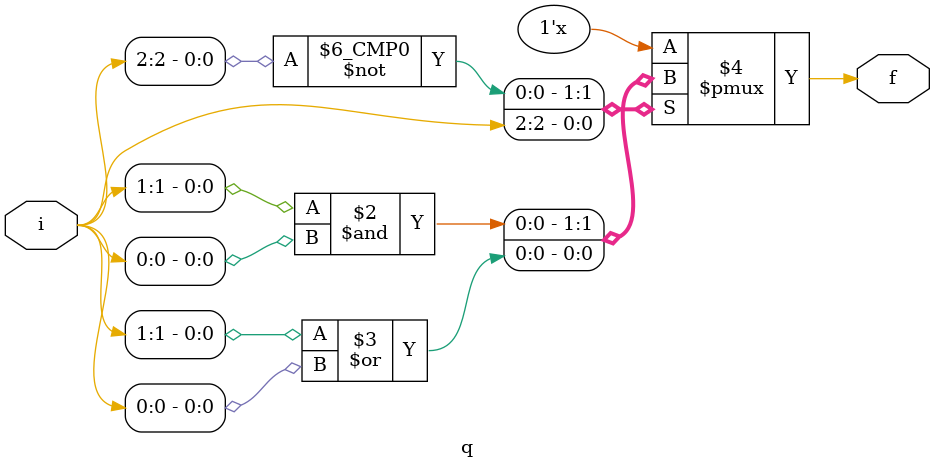
<source format=v>
module q(i,f);
input [2:0]i;
output f;
reg f;
always @ (i)
begin
case(i[2])
0:f=i[1]&i[0];
1:f=i[1]|i[0];
endcase
end
endmodule

</source>
